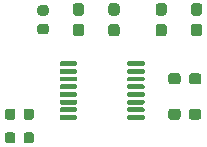
<source format=gbr>
%TF.GenerationSoftware,KiCad,Pcbnew,5.1.6+dfsg1-1*%
%TF.CreationDate,2020-09-13T10:33:18+10:00*%
%TF.ProjectId,thermistor-to-digispark,74686572-6d69-4737-946f-722d61646170,rev?*%
%TF.SameCoordinates,Original*%
%TF.FileFunction,Paste,Top*%
%TF.FilePolarity,Positive*%
%FSLAX46Y46*%
G04 Gerber Fmt 4.6, Leading zero omitted, Abs format (unit mm)*
G04 Created by KiCad (PCBNEW 5.1.6+dfsg1-1) date 2020-09-13 10:33:18*
%MOMM*%
%LPD*%
G01*
G04 APERTURE LIST*
G04 APERTURE END LIST*
%TO.C,R8*%
G36*
G01*
X140350000Y-101237500D02*
X140350000Y-100762500D01*
G75*
G02*
X140587500Y-100525000I237500J0D01*
G01*
X141162500Y-100525000D01*
G75*
G02*
X141400000Y-100762500I0J-237500D01*
G01*
X141400000Y-101237500D01*
G75*
G02*
X141162500Y-101475000I-237500J0D01*
G01*
X140587500Y-101475000D01*
G75*
G02*
X140350000Y-101237500I0J237500D01*
G01*
G37*
G36*
G01*
X138600000Y-101237500D02*
X138600000Y-100762500D01*
G75*
G02*
X138837500Y-100525000I237500J0D01*
G01*
X139412500Y-100525000D01*
G75*
G02*
X139650000Y-100762500I0J-237500D01*
G01*
X139650000Y-101237500D01*
G75*
G02*
X139412500Y-101475000I-237500J0D01*
G01*
X138837500Y-101475000D01*
G75*
G02*
X138600000Y-101237500I0J237500D01*
G01*
G37*
%TD*%
%TO.C,R7*%
G36*
G01*
X140762500Y-93350000D02*
X141237500Y-93350000D01*
G75*
G02*
X141475000Y-93587500I0J-237500D01*
G01*
X141475000Y-94162500D01*
G75*
G02*
X141237500Y-94400000I-237500J0D01*
G01*
X140762500Y-94400000D01*
G75*
G02*
X140525000Y-94162500I0J237500D01*
G01*
X140525000Y-93587500D01*
G75*
G02*
X140762500Y-93350000I237500J0D01*
G01*
G37*
G36*
G01*
X140762500Y-91600000D02*
X141237500Y-91600000D01*
G75*
G02*
X141475000Y-91837500I0J-237500D01*
G01*
X141475000Y-92412500D01*
G75*
G02*
X141237500Y-92650000I-237500J0D01*
G01*
X140762500Y-92650000D01*
G75*
G02*
X140525000Y-92412500I0J237500D01*
G01*
X140525000Y-91837500D01*
G75*
G02*
X140762500Y-91600000I237500J0D01*
G01*
G37*
%TD*%
%TO.C,R6*%
G36*
G01*
X133762500Y-93350000D02*
X134237500Y-93350000D01*
G75*
G02*
X134475000Y-93587500I0J-237500D01*
G01*
X134475000Y-94162500D01*
G75*
G02*
X134237500Y-94400000I-237500J0D01*
G01*
X133762500Y-94400000D01*
G75*
G02*
X133525000Y-94162500I0J237500D01*
G01*
X133525000Y-93587500D01*
G75*
G02*
X133762500Y-93350000I237500J0D01*
G01*
G37*
G36*
G01*
X133762500Y-91600000D02*
X134237500Y-91600000D01*
G75*
G02*
X134475000Y-91837500I0J-237500D01*
G01*
X134475000Y-92412500D01*
G75*
G02*
X134237500Y-92650000I-237500J0D01*
G01*
X133762500Y-92650000D01*
G75*
G02*
X133525000Y-92412500I0J237500D01*
G01*
X133525000Y-91837500D01*
G75*
G02*
X133762500Y-91600000I237500J0D01*
G01*
G37*
%TD*%
%TO.C,R2*%
G36*
G01*
X126350000Y-103256250D02*
X126350000Y-102743750D01*
G75*
G02*
X126568750Y-102525000I218750J0D01*
G01*
X127006250Y-102525000D01*
G75*
G02*
X127225000Y-102743750I0J-218750D01*
G01*
X127225000Y-103256250D01*
G75*
G02*
X127006250Y-103475000I-218750J0D01*
G01*
X126568750Y-103475000D01*
G75*
G02*
X126350000Y-103256250I0J218750D01*
G01*
G37*
G36*
G01*
X124775000Y-103256250D02*
X124775000Y-102743750D01*
G75*
G02*
X124993750Y-102525000I218750J0D01*
G01*
X125431250Y-102525000D01*
G75*
G02*
X125650000Y-102743750I0J-218750D01*
G01*
X125650000Y-103256250D01*
G75*
G02*
X125431250Y-103475000I-218750J0D01*
G01*
X124993750Y-103475000D01*
G75*
G02*
X124775000Y-103256250I0J218750D01*
G01*
G37*
%TD*%
%TO.C,R1*%
G36*
G01*
X126350000Y-101256250D02*
X126350000Y-100743750D01*
G75*
G02*
X126568750Y-100525000I218750J0D01*
G01*
X127006250Y-100525000D01*
G75*
G02*
X127225000Y-100743750I0J-218750D01*
G01*
X127225000Y-101256250D01*
G75*
G02*
X127006250Y-101475000I-218750J0D01*
G01*
X126568750Y-101475000D01*
G75*
G02*
X126350000Y-101256250I0J218750D01*
G01*
G37*
G36*
G01*
X124775000Y-101256250D02*
X124775000Y-100743750D01*
G75*
G02*
X124993750Y-100525000I218750J0D01*
G01*
X125431250Y-100525000D01*
G75*
G02*
X125650000Y-100743750I0J-218750D01*
G01*
X125650000Y-101256250D01*
G75*
G02*
X125431250Y-101475000I-218750J0D01*
G01*
X124993750Y-101475000D01*
G75*
G02*
X124775000Y-101256250I0J218750D01*
G01*
G37*
%TD*%
%TO.C,R5*%
G36*
G01*
X139650000Y-97762500D02*
X139650000Y-98237500D01*
G75*
G02*
X139412500Y-98475000I-237500J0D01*
G01*
X138837500Y-98475000D01*
G75*
G02*
X138600000Y-98237500I0J237500D01*
G01*
X138600000Y-97762500D01*
G75*
G02*
X138837500Y-97525000I237500J0D01*
G01*
X139412500Y-97525000D01*
G75*
G02*
X139650000Y-97762500I0J-237500D01*
G01*
G37*
G36*
G01*
X141400000Y-97762500D02*
X141400000Y-98237500D01*
G75*
G02*
X141162500Y-98475000I-237500J0D01*
G01*
X140587500Y-98475000D01*
G75*
G02*
X140350000Y-98237500I0J237500D01*
G01*
X140350000Y-97762500D01*
G75*
G02*
X140587500Y-97525000I237500J0D01*
G01*
X141162500Y-97525000D01*
G75*
G02*
X141400000Y-97762500I0J-237500D01*
G01*
G37*
%TD*%
%TO.C,R4*%
G36*
G01*
X137762500Y-93350000D02*
X138237500Y-93350000D01*
G75*
G02*
X138475000Y-93587500I0J-237500D01*
G01*
X138475000Y-94162500D01*
G75*
G02*
X138237500Y-94400000I-237500J0D01*
G01*
X137762500Y-94400000D01*
G75*
G02*
X137525000Y-94162500I0J237500D01*
G01*
X137525000Y-93587500D01*
G75*
G02*
X137762500Y-93350000I237500J0D01*
G01*
G37*
G36*
G01*
X137762500Y-91600000D02*
X138237500Y-91600000D01*
G75*
G02*
X138475000Y-91837500I0J-237500D01*
G01*
X138475000Y-92412500D01*
G75*
G02*
X138237500Y-92650000I-237500J0D01*
G01*
X137762500Y-92650000D01*
G75*
G02*
X137525000Y-92412500I0J237500D01*
G01*
X137525000Y-91837500D01*
G75*
G02*
X137762500Y-91600000I237500J0D01*
G01*
G37*
%TD*%
%TO.C,R3*%
G36*
G01*
X130762500Y-93350000D02*
X131237500Y-93350000D01*
G75*
G02*
X131475000Y-93587500I0J-237500D01*
G01*
X131475000Y-94162500D01*
G75*
G02*
X131237500Y-94400000I-237500J0D01*
G01*
X130762500Y-94400000D01*
G75*
G02*
X130525000Y-94162500I0J237500D01*
G01*
X130525000Y-93587500D01*
G75*
G02*
X130762500Y-93350000I237500J0D01*
G01*
G37*
G36*
G01*
X130762500Y-91600000D02*
X131237500Y-91600000D01*
G75*
G02*
X131475000Y-91837500I0J-237500D01*
G01*
X131475000Y-92412500D01*
G75*
G02*
X131237500Y-92650000I-237500J0D01*
G01*
X130762500Y-92650000D01*
G75*
G02*
X130525000Y-92412500I0J237500D01*
G01*
X130525000Y-91837500D01*
G75*
G02*
X130762500Y-91600000I237500J0D01*
G01*
G37*
%TD*%
%TO.C,C1*%
G36*
G01*
X128256250Y-92650000D02*
X127743750Y-92650000D01*
G75*
G02*
X127525000Y-92431250I0J218750D01*
G01*
X127525000Y-91993750D01*
G75*
G02*
X127743750Y-91775000I218750J0D01*
G01*
X128256250Y-91775000D01*
G75*
G02*
X128475000Y-91993750I0J-218750D01*
G01*
X128475000Y-92431250D01*
G75*
G02*
X128256250Y-92650000I-218750J0D01*
G01*
G37*
G36*
G01*
X128256250Y-94225000D02*
X127743750Y-94225000D01*
G75*
G02*
X127525000Y-94006250I0J218750D01*
G01*
X127525000Y-93568750D01*
G75*
G02*
X127743750Y-93350000I218750J0D01*
G01*
X128256250Y-93350000D01*
G75*
G02*
X128475000Y-93568750I0J-218750D01*
G01*
X128475000Y-94006250D01*
G75*
G02*
X128256250Y-94225000I-218750J0D01*
G01*
G37*
%TD*%
%TO.C,U1*%
G36*
G01*
X130875000Y-101175000D02*
X130875000Y-101375000D01*
G75*
G02*
X130775000Y-101475000I-100000J0D01*
G01*
X129500000Y-101475000D01*
G75*
G02*
X129400000Y-101375000I0J100000D01*
G01*
X129400000Y-101175000D01*
G75*
G02*
X129500000Y-101075000I100000J0D01*
G01*
X130775000Y-101075000D01*
G75*
G02*
X130875000Y-101175000I0J-100000D01*
G01*
G37*
G36*
G01*
X130875000Y-100525000D02*
X130875000Y-100725000D01*
G75*
G02*
X130775000Y-100825000I-100000J0D01*
G01*
X129500000Y-100825000D01*
G75*
G02*
X129400000Y-100725000I0J100000D01*
G01*
X129400000Y-100525000D01*
G75*
G02*
X129500000Y-100425000I100000J0D01*
G01*
X130775000Y-100425000D01*
G75*
G02*
X130875000Y-100525000I0J-100000D01*
G01*
G37*
G36*
G01*
X130875000Y-99875000D02*
X130875000Y-100075000D01*
G75*
G02*
X130775000Y-100175000I-100000J0D01*
G01*
X129500000Y-100175000D01*
G75*
G02*
X129400000Y-100075000I0J100000D01*
G01*
X129400000Y-99875000D01*
G75*
G02*
X129500000Y-99775000I100000J0D01*
G01*
X130775000Y-99775000D01*
G75*
G02*
X130875000Y-99875000I0J-100000D01*
G01*
G37*
G36*
G01*
X130875000Y-99225000D02*
X130875000Y-99425000D01*
G75*
G02*
X130775000Y-99525000I-100000J0D01*
G01*
X129500000Y-99525000D01*
G75*
G02*
X129400000Y-99425000I0J100000D01*
G01*
X129400000Y-99225000D01*
G75*
G02*
X129500000Y-99125000I100000J0D01*
G01*
X130775000Y-99125000D01*
G75*
G02*
X130875000Y-99225000I0J-100000D01*
G01*
G37*
G36*
G01*
X130875000Y-98575000D02*
X130875000Y-98775000D01*
G75*
G02*
X130775000Y-98875000I-100000J0D01*
G01*
X129500000Y-98875000D01*
G75*
G02*
X129400000Y-98775000I0J100000D01*
G01*
X129400000Y-98575000D01*
G75*
G02*
X129500000Y-98475000I100000J0D01*
G01*
X130775000Y-98475000D01*
G75*
G02*
X130875000Y-98575000I0J-100000D01*
G01*
G37*
G36*
G01*
X130875000Y-97925000D02*
X130875000Y-98125000D01*
G75*
G02*
X130775000Y-98225000I-100000J0D01*
G01*
X129500000Y-98225000D01*
G75*
G02*
X129400000Y-98125000I0J100000D01*
G01*
X129400000Y-97925000D01*
G75*
G02*
X129500000Y-97825000I100000J0D01*
G01*
X130775000Y-97825000D01*
G75*
G02*
X130875000Y-97925000I0J-100000D01*
G01*
G37*
G36*
G01*
X130875000Y-97275000D02*
X130875000Y-97475000D01*
G75*
G02*
X130775000Y-97575000I-100000J0D01*
G01*
X129500000Y-97575000D01*
G75*
G02*
X129400000Y-97475000I0J100000D01*
G01*
X129400000Y-97275000D01*
G75*
G02*
X129500000Y-97175000I100000J0D01*
G01*
X130775000Y-97175000D01*
G75*
G02*
X130875000Y-97275000I0J-100000D01*
G01*
G37*
G36*
G01*
X130875000Y-96625000D02*
X130875000Y-96825000D01*
G75*
G02*
X130775000Y-96925000I-100000J0D01*
G01*
X129500000Y-96925000D01*
G75*
G02*
X129400000Y-96825000I0J100000D01*
G01*
X129400000Y-96625000D01*
G75*
G02*
X129500000Y-96525000I100000J0D01*
G01*
X130775000Y-96525000D01*
G75*
G02*
X130875000Y-96625000I0J-100000D01*
G01*
G37*
G36*
G01*
X136600000Y-96625000D02*
X136600000Y-96825000D01*
G75*
G02*
X136500000Y-96925000I-100000J0D01*
G01*
X135225000Y-96925000D01*
G75*
G02*
X135125000Y-96825000I0J100000D01*
G01*
X135125000Y-96625000D01*
G75*
G02*
X135225000Y-96525000I100000J0D01*
G01*
X136500000Y-96525000D01*
G75*
G02*
X136600000Y-96625000I0J-100000D01*
G01*
G37*
G36*
G01*
X136600000Y-97275000D02*
X136600000Y-97475000D01*
G75*
G02*
X136500000Y-97575000I-100000J0D01*
G01*
X135225000Y-97575000D01*
G75*
G02*
X135125000Y-97475000I0J100000D01*
G01*
X135125000Y-97275000D01*
G75*
G02*
X135225000Y-97175000I100000J0D01*
G01*
X136500000Y-97175000D01*
G75*
G02*
X136600000Y-97275000I0J-100000D01*
G01*
G37*
G36*
G01*
X136600000Y-97925000D02*
X136600000Y-98125000D01*
G75*
G02*
X136500000Y-98225000I-100000J0D01*
G01*
X135225000Y-98225000D01*
G75*
G02*
X135125000Y-98125000I0J100000D01*
G01*
X135125000Y-97925000D01*
G75*
G02*
X135225000Y-97825000I100000J0D01*
G01*
X136500000Y-97825000D01*
G75*
G02*
X136600000Y-97925000I0J-100000D01*
G01*
G37*
G36*
G01*
X136600000Y-98575000D02*
X136600000Y-98775000D01*
G75*
G02*
X136500000Y-98875000I-100000J0D01*
G01*
X135225000Y-98875000D01*
G75*
G02*
X135125000Y-98775000I0J100000D01*
G01*
X135125000Y-98575000D01*
G75*
G02*
X135225000Y-98475000I100000J0D01*
G01*
X136500000Y-98475000D01*
G75*
G02*
X136600000Y-98575000I0J-100000D01*
G01*
G37*
G36*
G01*
X136600000Y-99225000D02*
X136600000Y-99425000D01*
G75*
G02*
X136500000Y-99525000I-100000J0D01*
G01*
X135225000Y-99525000D01*
G75*
G02*
X135125000Y-99425000I0J100000D01*
G01*
X135125000Y-99225000D01*
G75*
G02*
X135225000Y-99125000I100000J0D01*
G01*
X136500000Y-99125000D01*
G75*
G02*
X136600000Y-99225000I0J-100000D01*
G01*
G37*
G36*
G01*
X136600000Y-99875000D02*
X136600000Y-100075000D01*
G75*
G02*
X136500000Y-100175000I-100000J0D01*
G01*
X135225000Y-100175000D01*
G75*
G02*
X135125000Y-100075000I0J100000D01*
G01*
X135125000Y-99875000D01*
G75*
G02*
X135225000Y-99775000I100000J0D01*
G01*
X136500000Y-99775000D01*
G75*
G02*
X136600000Y-99875000I0J-100000D01*
G01*
G37*
G36*
G01*
X136600000Y-100525000D02*
X136600000Y-100725000D01*
G75*
G02*
X136500000Y-100825000I-100000J0D01*
G01*
X135225000Y-100825000D01*
G75*
G02*
X135125000Y-100725000I0J100000D01*
G01*
X135125000Y-100525000D01*
G75*
G02*
X135225000Y-100425000I100000J0D01*
G01*
X136500000Y-100425000D01*
G75*
G02*
X136600000Y-100525000I0J-100000D01*
G01*
G37*
G36*
G01*
X136600000Y-101175000D02*
X136600000Y-101375000D01*
G75*
G02*
X136500000Y-101475000I-100000J0D01*
G01*
X135225000Y-101475000D01*
G75*
G02*
X135125000Y-101375000I0J100000D01*
G01*
X135125000Y-101175000D01*
G75*
G02*
X135225000Y-101075000I100000J0D01*
G01*
X136500000Y-101075000D01*
G75*
G02*
X136600000Y-101175000I0J-100000D01*
G01*
G37*
%TD*%
M02*

</source>
